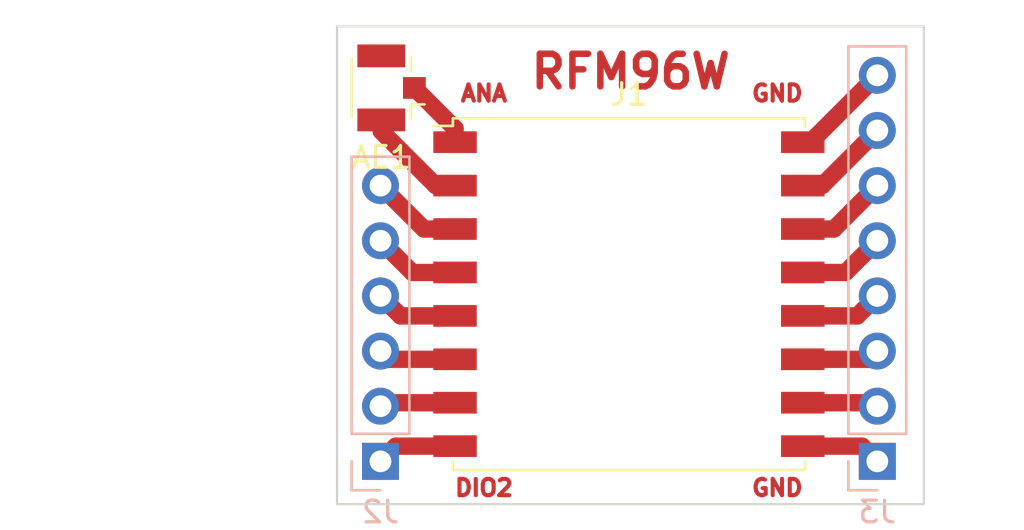
<source format=kicad_pcb>
(kicad_pcb (version 20211014) (generator pcbnew)
  (layers (0 "F.Cu" signal) (31 "B.Cu" signal) (34 "B.Paste" user) (35 "F.Paste" user) (36 "B.SilkS" user "B.Silkscreen") (37 "F.SilkS" user "F.Silkscreen") (38 "B.Mask" user) (39 "F.Mask" user) (44 "Edge.Cuts" user))
  (net 0 "")
  (net 1 "Net-(J1-Pad3)")
  (net 2 "Net-(J1-Pad4)")
  (net 3 "Net-(J1-Pad5)")
  (net 4 "Net-(J1-Pad6)")
  (net 5 "Net-(J1-Pad7)")
  (net 6 "Net-(J1-Pad8)")
  (net 7 "Net-(AE1-Pad1)")
  (net 8 "Net-(AE1-Pad2)")
  (net 9 "Net-(J1-Pad9)")
  (net 10 "Net-(J1-Pad10)")
  (net 11 "Net-(J1-Pad11)")
  (net 12 "Net-(J1-Pad12)")
  (net 13 "Net-(J1-Pad13)")
  (net 14 "Net-(J1-Pad14)")
  (net 15 "Net-(J1-Pad15)")
  (net 16 "Net-(J1-Pad16)")
  (footprint "RF_Module:HOPERF_RFM9XW_SMD" (layer "F.Cu") (at 89.43 68.33)
    (fp_text reference "J1" (at 0 -9.2) (layer "F.SilkS"))
    (fp_text value "Conn_02x08_Counter_Clockwise")
    (fp_line (start -8.1 7.7) (end -8.1 8.1) (layer "F.SilkS") (width 0.12))
    (fp_line (start -8.1 -8.1) (end -8.1 -7.75) (layer "F.SilkS") (width 0.12))
    (fp_line (start -8.1 8.1) (end 8.1 8.1) (layer "F.SilkS") (width 0.12))
    (fp_line (start -8.1 -8.1) (end 8.1 -8.1) (layer "F.SilkS") (width 0.12))
    (fp_line (start 8.1 8.1) (end 8.1 7.7) (layer "F.SilkS") (width 0.12))
    (fp_line (start 8.1 -8.1) (end 8.1 -7.7) (layer "F.SilkS") (width 0.12))
    (fp_line (start -8.1 -7.75) (end -9 -7.75) (layer "F.SilkS") (width 0.12))
    (pad "1" smd rect (at -8 -7) (size 2 1) (layers "F.Cu" "F.Paste" "F.Mask") (net 7 "Net-(AE1-Pad1)"))
    (pad "2" smd rect (at -8 -5) (size 2 1) (layers "F.Cu" "F.Paste" "F.Mask") (net 8 "Net-(AE1-Pad2)"))
    (pad "3" smd rect (at -8 -3) (size 2 1) (layers "F.Cu" "F.Paste" "F.Mask") (net 1 "Net-(J1-Pad3)"))
    (pad "4" smd rect (at -8 -1) (size 2 1) (layers "F.Cu" "F.Paste" "F.Mask") (net 2 "Net-(J1-Pad4)"))
    (pad "5" smd rect (at -8 1) (size 2 1) (layers "F.Cu" "F.Paste" "F.Mask") (net 3 "Net-(J1-Pad5)"))
    (pad "6" smd rect (at -8 3) (size 2 1) (layers "F.Cu" "F.Paste" "F.Mask") (net 4 "Net-(J1-Pad6)"))
    (pad "7" smd rect (at -8 5) (size 2 1) (layers "F.Cu" "F.Paste" "F.Mask") (net 5 "Net-(J1-Pad7)"))
    (pad "8" smd rect (at -8 7) (size 2 1) (layers "F.Cu" "F.Paste" "F.Mask") (net 6 "Net-(J1-Pad8)"))
    (pad "9" smd rect (at 8 7) (size 2 1) (layers "F.Cu" "F.Paste" "F.Mask") (net 9 "Net-(J1-Pad9)"))
    (pad "10" smd rect (at 8 5) (size 2 1) (layers "F.Cu" "F.Paste" "F.Mask") (net 10 "Net-(J1-Pad10)"))
    (pad "11" smd rect (at 8 3) (size 2 1) (layers "F.Cu" "F.Paste" "F.Mask") (net 11 "Net-(J1-Pad11)"))
    (pad "12" smd rect (at 8 1) (size 2 1) (layers "F.Cu" "F.Paste" "F.Mask") (net 12 "Net-(J1-Pad12)"))
    (pad "13" smd rect (at 8 -1) (size 2 1) (layers "F.Cu" "F.Paste" "F.Mask") (net 13 "Net-(J1-Pad13)"))
    (pad "14" smd rect (at 8 -3) (size 2 1) (layers "F.Cu" "F.Paste" "F.Mask") (net 14 "Net-(J1-Pad14)"))
    (pad "15" smd rect (at 8 -5) (size 2 1) (layers "F.Cu" "F.Paste" "F.Mask") (net 15 "Net-(J1-Pad15)"))
    (pad "16" smd rect (at 8 -7) (size 2 1) (layers "F.Cu" "F.Paste" "F.Mask") (net 16 "Net-(J1-Pad16)"))
  )
  (footprint "CanSat:U.FL_Hirose_U.FL-R-SMT-1_Vertical" (layer "F.Cu") (at 78.51 58.83 180)
    (fp_text reference "AE1" (at 0.475 -3.2) (layer "F.SilkS"))
    (fp_text value "Antenna_Shield")
    (fp_line (start -0.885 1.4) (end -0.885 0.76) (layer "F.SilkS") (width 0.12))
    (fp_line (start -0.885 -0.76) (end -1.515 -0.76) (layer "F.SilkS") (width 0.12))
    (fp_line (start 1.835 -1.35) (end 1.835 1.35) (layer "F.SilkS") (width 0.12))
    (fp_line (start -0.885 -1.4) (end -0.885 -0.76) (layer "F.SilkS") (width 0.12))
    (pad "1" smd rect (at -1.05 0 180) (size 1.05 1) (layers "F.Cu" "F.Paste" "F.Mask") (net 7 "Net-(AE1-Pad1)"))
    (pad "2" smd rect (at 0.475 1.475 180) (size 2.2 1.05) (layers "F.Cu" "F.Paste" "F.Mask") (net 8 "Net-(AE1-Pad2)"))
    (pad "2" smd rect (at 0.475 -1.475 180) (size 2.2 1.05) (layers "F.Cu" "F.Paste" "F.Mask") (net 8 "Net-(AE1-Pad2)"))
  )
  (footprint "Connector_PinHeader_2.54mm:PinHeader_1x08_P2.54mm_Vertical" (layer "B.Cu") (at 100.86 76.03)
    (fp_text reference "J3" (at 0 2.33) (layer "B.SilkS") (effects (justify mirror)))
    (fp_text value "Conn_01x08_Male")
    (fp_line (start -1.33 -1.27) (end -1.33 -19.11) (layer "B.SilkS") (width 0.12))
    (fp_line (start -1.33 0) (end -1.33 1.33) (layer "B.SilkS") (width 0.12))
    (fp_line (start 1.33 -1.27) (end 1.33 -19.11) (layer "B.SilkS") (width 0.12))
    (fp_line (start -1.33 -19.11) (end 1.33 -19.11) (layer "B.SilkS") (width 0.12))
    (fp_line (start -1.33 -1.27) (end 1.33 -1.27) (layer "B.SilkS") (width 0.12))
    (fp_line (start -1.33 1.33) (end 0 1.33) (layer "B.SilkS") (width 0.12))
    (pad "1" thru_hole rect (at 0 0) (size 1.7 1.7) (drill 1) (layers *.Cu *.Mask) (net 9 "Net-(J1-Pad9)"))
    (pad "2" thru_hole oval (at 0 -2.54) (size 1.7 1.7) (drill 1) (layers *.Cu *.Mask) (net 10 "Net-(J1-Pad10)"))
    (pad "3" thru_hole oval (at 0 -5.08) (size 1.7 1.7) (drill 1) (layers *.Cu *.Mask) (net 11 "Net-(J1-Pad11)"))
    (pad "4" thru_hole oval (at 0 -7.62) (size 1.7 1.7) (drill 1) (layers *.Cu *.Mask) (net 12 "Net-(J1-Pad12)"))
    (pad "5" thru_hole oval (at 0 -10.16) (size 1.7 1.7) (drill 1) (layers *.Cu *.Mask) (net 13 "Net-(J1-Pad13)"))
    (pad "6" thru_hole oval (at 0 -12.7) (size 1.7 1.7) (drill 1) (layers *.Cu *.Mask) (net 14 "Net-(J1-Pad14)"))
    (pad "7" thru_hole oval (at 0 -15.24) (size 1.7 1.7) (drill 1) (layers *.Cu *.Mask) (net 15 "Net-(J1-Pad15)"))
    (pad "8" thru_hole oval (at 0 -17.78) (size 1.7 1.7) (drill 1) (layers *.Cu *.Mask) (net 16 "Net-(J1-Pad16)"))
  )
  (footprint "Connector_PinHeader_2.54mm:PinHeader_1x06_P2.54mm_Vertical" (layer "B.Cu") (at 78 76.03)
    (fp_text reference "J2" (at 0 2.33) (layer "B.SilkS") (effects (justify mirror)))
    (fp_text value "Conn_01x06_Male")
    (fp_line (start -1.33 -1.27) (end 1.33 -1.27) (layer "B.SilkS") (width 0.12))
    (fp_line (start -1.33 -1.27) (end -1.33 -14.03) (layer "B.SilkS") (width 0.12))
    (fp_line (start -1.33 -14.03) (end 1.33 -14.03) (layer "B.SilkS") (width 0.12))
    (fp_line (start 1.33 -1.27) (end 1.33 -14.03) (layer "B.SilkS") (width 0.12))
    (fp_line (start -1.33 1.33) (end 0 1.33) (layer "B.SilkS") (width 0.12))
    (fp_line (start -1.33 0) (end -1.33 1.33) (layer "B.SilkS") (width 0.12))
    (pad "1" thru_hole rect (at 0 0) (size 1.7 1.7) (drill 1) (layers *.Cu *.Mask) (net 6 "Net-(J1-Pad8)"))
    (pad "2" thru_hole oval (at 0 -2.54) (size 1.7 1.7) (drill 1) (layers *.Cu *.Mask) (net 5 "Net-(J1-Pad7)"))
    (pad "3" thru_hole oval (at 0 -5.08) (size 1.7 1.7) (drill 1) (layers *.Cu *.Mask) (net 4 "Net-(J1-Pad6)"))
    (pad "4" thru_hole oval (at 0 -7.62) (size 1.7 1.7) (drill 1) (layers *.Cu *.Mask) (net 3 "Net-(J1-Pad5)"))
    (pad "5" thru_hole oval (at 0 -10.16) (size 1.7 1.7) (drill 1) (layers *.Cu *.Mask) (net 2 "Net-(J1-Pad4)"))
    (pad "6" thru_hole oval (at 0 -12.7) (size 1.7 1.7) (drill 1) (layers *.Cu *.Mask) (net 1 "Net-(J1-Pad3)"))
  )
  (gr_rect (start 76 56) (end 103 78) (layer "Edge.Cuts") (width 0.1) (fill none))
  (gr_text "DIO2" (at 82.76 77.25) (layer "F.Cu") (effects (font (size 0.75 0.75) (thickness 0.1875))))
  (gr_text "ANA" (at 82.76 59.08) (layer "F.Cu") (effects (font (size 0.75 0.75) (thickness 0.1875))))
  (gr_text "RFM96W" (at 89.51 58.08) (layer "F.Cu") (effects (font (size 1.5 1.5) (thickness 0.3))))
  (gr_text "GND" (at 96.26 77.25) (layer "F.Cu") (effects (font (size 0.75 0.75) (thickness 0.1875))))
  (gr_text "GND" (at 96.26 59.08) (layer "F.Cu") (effects (font (size 0.75 0.75) (thickness 0.1875))))
  (segment (start 80 65.33) (end 81.43 65.33) (width 0.8) (layer "F.Cu") (net 1))
  (segment (start 78 63.33) (end 80 65.33) (width 0.8) (layer "F.Cu") (net 1))
  (segment (start 81.43 67.33) (end 79.46 67.33) (width 0.8) (layer "F.Cu") (net 2))
  (segment (start 79.46 67.33) (end 78 65.87) (width 0.8) (layer "F.Cu") (net 2))
  (segment (start 81.43 69.33) (end 78.92 69.33) (width 0.8) (layer "F.Cu") (net 3))
  (segment (start 78.92 69.33) (end 78 68.41) (width 0.8) (layer "F.Cu") (net 3))
  (segment (start 81.43 71.33) (end 78.38 71.33) (width 0.8) (layer "F.Cu") (net 4))
  (segment (start 78.38 71.33) (end 78 70.95) (width 0.8) (layer "F.Cu") (net 4))
  (segment (start 78.16 73.33) (end 78 73.49) (width 0.8) (layer "F.Cu") (net 5))
  (segment (start 81.43 73.33) (end 78.16 73.33) (width 0.8) (layer "F.Cu") (net 5))
  (segment (start 81.43 75.33) (end 78.7 75.33) (width 0.8) (layer "F.Cu") (net 6))
  (segment (start 78.7 75.33) (end 78 76.03) (width 0.8) (layer "F.Cu") (net 6))
  (segment (start 81.43 60.7) (end 79.56 58.83) (width 0.8) (layer "F.Cu") (net 7))
  (segment (start 81.43 61.33) (end 81.43 60.7) (width 0.8) (layer "F.Cu") (net 7))
  (segment (start 80.54 63.33) (end 78.035 60.825) (width 0.8) (layer "F.Cu") (net 8))
  (segment (start 81.43 63.33) (end 80.54 63.33) (width 0.8) (layer "F.Cu") (net 8))
  (segment (start 78.035 60.825) (end 78.035 60.305) (width 0.8) (layer "F.Cu") (net 8))
  (segment (start 100.16 75.33) (end 100.86 76.03) (width 0.8) (layer "F.Cu") (net 9))
  (segment (start 97.43 75.33) (end 100.16 75.33) (width 0.8) (layer "F.Cu") (net 9))
  (segment (start 97.43 73.33) (end 100.7 73.33) (width 0.8) (layer "F.Cu") (net 10))
  (segment (start 100.7 73.33) (end 100.86 73.49) (width 0.8) (layer "F.Cu") (net 10))
  (segment (start 100.48 71.33) (end 100.86 70.95) (width 0.8) (layer "F.Cu") (net 11))
  (segment (start 97.43 71.33) (end 100.48 71.33) (width 0.8) (layer "F.Cu") (net 11))
  (segment (start 99.94 69.33) (end 100.86 68.41) (width 0.8) (layer "F.Cu") (net 12))
  (segment (start 97.43 69.33) (end 99.94 69.33) (width 0.8) (layer "F.Cu") (net 12))
  (segment (start 99.4 67.33) (end 100.86 65.87) (width 0.8) (layer "F.Cu") (net 13))
  (segment (start 97.43 67.33) (end 99.4 67.33) (width 0.8) (layer "F.Cu") (net 13))
  (segment (start 98.86 65.33) (end 100.86 63.33) (width 0.8) (layer "F.Cu") (net 14))
  (segment (start 97.43 65.33) (end 98.86 65.33) (width 0.8) (layer "F.Cu") (net 14))
  (segment (start 98.32 63.33) (end 100.86 60.79) (width 0.8) (layer "F.Cu") (net 15))
  (segment (start 97.43 63.33) (end 98.32 63.33) (width 0.8) (layer "F.Cu") (net 15))
  (segment (start 97.43 61.33) (end 97.78 61.33) (width 0.8) (layer "F.Cu") (net 16))
  (segment (start 97.78 61.33) (end 100.86 58.25) (width 0.8) (layer "F.Cu") (net 16))
)
</source>
